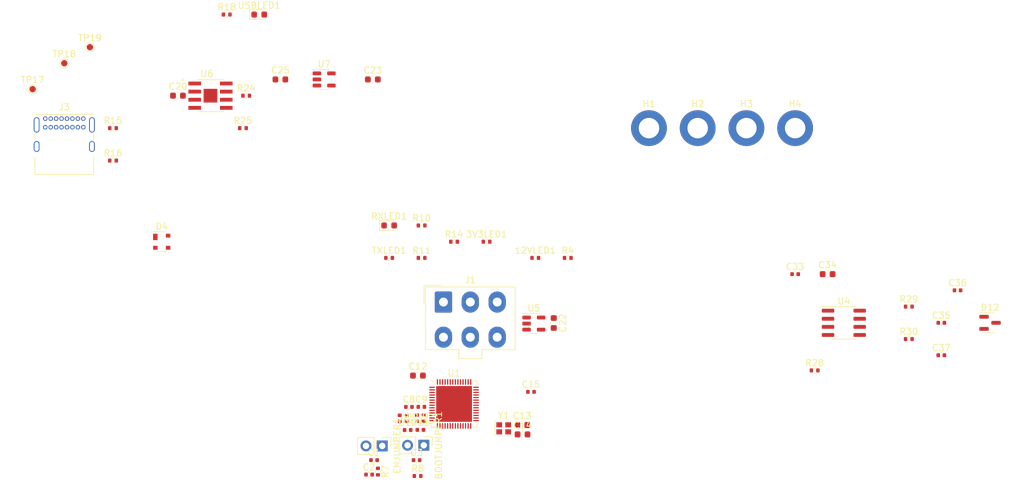
<source format=kicad_pcb>
(kicad_pcb (version 20211014) (generator pcbnew)
  (layers (0 "F.Cu" signal) (31 "B.Cu" signal) (34 "B.Paste" user) (35 "F.Paste" user) (36 "B.SilkS" user "B.Silkscreen") (37 "F.SilkS" user "F.Silkscreen") (38 "B.Mask" user) (39 "F.Mask" user) (44 "Edge.Cuts" user))
  (net 0 "")
  (net 1 "GND")
  (net 2 "Net-(3V3LED1-Pad2)")
  (net 3 "Net-(12VLED1-Pad2)")
  (net 4 "/BOOT")
  (net 5 "/CHIP_PU")
  (net 6 "+3V3")
  (net 7 "Net-(C7-Pad1)")
  (net 8 "Net-(C12-Pad1)")
  (net 9 "Net-(C12-Pad2)")
  (net 10 "Net-(C13-Pad1)")
  (net 11 "Net-(C14-Pad1)")
  (net 12 "Net-(C15-Pad2)")
  (net 13 "VBUS")
  (net 14 "Net-(C25-Pad2)")
  (net 15 "Net-(C35-Pad1)")
  (net 16 "/CAN+")
  (net 17 "/CAN-")
  (net 18 "/Data-")
  (net 19 "/Data+")
  (net 20 "Net-(J1-Pad3)")
  (net 21 "+12V")
  (net 22 "Net-(J3-PadA5)")
  (net 24 "Net-(J3-PadB5)")
  (net 26 "Net-(R10-Pad2)")
  (net 27 "Net-(R11-Pad2)")
  (net 28 "Net-(R18-Pad2)")
  (net 29 "Net-(R24-Pad2)")
  (net 30 "Net-(R28-Pad1)")
  (net 31 "/RXD")
  (net 32 "/TXD")
  (net 62 "/NAND_CS")
  (net 63 "/CLK")
  (net 64 "/MISO")
  (net 65 "/MOSI")
  (net 76 "Net-(L2-Pad1)")
  (net 77 "/CAN_TX")
  (net 78 "/CAN_RX")
  (net 79 "/CAN-BUS/Vref")
  (footprint "Capacitor_SMD:C_0402_1005Metric" (layer "F.Cu") (at 70.53 105.04)
    (fp_text reference "C2" (at 0 -1.16) (layer "F.SilkS"))
    (fp_text value "1uF")
    (fp_line (start -0.107836 -0.36) (end 0.107836 -0.36) (layer "F.SilkS") (width 0.12))
    (fp_line (start -0.107836 0.36) (end 0.107836 0.36) (layer "F.SilkS") (width 0.12))
    (pad "1" smd roundrect (at -0.48 0) (size 0.56 0.62) (layers "F.Cu" "F.Paste" "F.Mask") (net 5 "/CHIP_PU"))
    (pad "2" smd roundrect (at 0.48 0) (size 0.56 0.62) (layers "F.Cu" "F.Paste" "F.Mask") (net 1 "GND"))
  )
  (footprint "Capacitor_SMD:C_0402_1005Metric" (layer "F.Cu") (at 75.32 96.24 -90)
    (fp_text reference "C4" (at 0 -1.16 90) (layer "F.SilkS"))
    (fp_text value "10uF")
    (fp_line (start -0.107836 0.36) (end 0.107836 0.36) (layer "F.SilkS") (width 0.12))
    (fp_line (start -0.107836 -0.36) (end 0.107836 -0.36) (layer "F.SilkS") (width 0.12))
    (pad "1" smd roundrect (at -0.48 0 270) (size 0.56 0.62) (layers "F.Cu" "F.Paste" "F.Mask") (net 6 "+3V3"))
    (pad "2" smd roundrect (at 0.48 0 270) (size 0.56 0.62) (layers "F.Cu" "F.Paste" "F.Mask") (net 1 "GND"))
  )
  (footprint "Resistor_SMD:R_0402_1005Metric" (layer "F.Cu") (at 30.48 55.88)
    (fp_text reference "R16" (at 0 -1.17) (layer "F.SilkS"))
    (fp_text value "5.1k")
    (fp_line (start -0.153641 -0.38) (end 0.153641 -0.38) (layer "F.SilkS") (width 0.12))
    (fp_line (start -0.153641 0.38) (end 0.153641 0.38) (layer "F.SilkS") (width 0.12))
    (pad "1" smd roundrect (at -0.51 0) (size 0.54 0.64) (layers "F.Cu" "F.Paste" "F.Mask") (net 1 "GND"))
    (pad "2" smd roundrect (at 0.51 0) (size 0.54 0.64) (layers "F.Cu" "F.Paste" "F.Mask") (net 24 "Net-(J3-PadB5)"))
  )
  (footprint "LED_SMD:LED_0603_1608Metric" (layer "F.Cu") (at 73.66 66.04)
    (fp_text reference "RXLED1" (at 0 -1.43) (layer "F.SilkS"))
    (fp_text value "RX_LED")
    (fp_line (start -1.485 0.735) (end 0.8 0.735) (layer "F.SilkS") (width 0.12))
    (fp_line (start 0.8 -0.735) (end -1.485 -0.735) (layer "F.SilkS") (width 0.12))
    (fp_line (start -1.485 -0.735) (end -1.485 0.735) (layer "F.SilkS") (width 0.12))
    (pad "1" smd roundrect (at -0.7875 0) (size 0.875 0.95) (layers "F.Cu" "F.Paste" "F.Mask") (net 31 "/RXD"))
    (pad "2" smd roundrect (at 0.7875 0) (size 0.875 0.95) (layers "F.Cu" "F.Paste" "F.Mask") (net 26 "Net-(R10-Pad2)"))
  )
  (footprint "Resistor_SMD:R_0402_1005Metric" (layer "F.Cu") (at 88.9 68.58)
    (fp_text reference "3V3LED1" (at 0 -1.17) (layer "F.SilkS"))
    (fp_text value "3V3LED")
    (fp_line (start -0.153641 0.38) (end 0.153641 0.38) (layer "F.SilkS") (width 0.12))
    (fp_line (start -0.153641 -0.38) (end 0.153641 -0.38) (layer "F.SilkS") (width 0.12))
    (pad "1" smd roundrect (at -0.51 0) (size 0.54 0.64) (layers "F.Cu" "F.Paste" "F.Mask") (net 1 "GND"))
    (pad "2" smd roundrect (at 0.51 0) (size 0.54 0.64) (layers "F.Cu" "F.Paste" "F.Mask") (net 2 "Net-(3V3LED1-Pad2)"))
  )
  (footprint "MountingHole:MountingHole_3.2mm_M3_DIN965_Pad" (layer "F.Cu") (at 114.3 50.8)
    (fp_text reference "H1" (at 0 -3.8) (layer "F.SilkS"))
    (fp_text value "MountingHole_Pad")
    (pad "1" thru_hole circle (at 0 0) (size 5.6 5.6) (drill 3.2) (layers *.Cu *.Mask) (net 1 "GND"))
  )
  (footprint "Capacitor_SMD:C_0402_1005Metric" (layer "F.Cu") (at 76.56 98.06)
    (fp_text reference "C10" (at 0 -1.16) (layer "F.SilkS"))
    (fp_text value "0.1uF")
    (fp_line (start -0.107836 -0.36) (end 0.107836 -0.36) (layer "F.SilkS") (width 0.12))
    (fp_line (start -0.107836 0.36) (end 0.107836 0.36) (layer "F.SilkS") (width 0.12))
    (pad "1" smd roundrect (at -0.48 0) (size 0.56 0.62) (layers "F.Cu" "F.Paste" "F.Mask") (net 6 "+3V3"))
    (pad "2" smd roundrect (at 0.48 0) (size 0.56 0.62) (layers "F.Cu" "F.Paste" "F.Mask") (net 1 "GND"))
  )
  (footprint "Capacitor_SMD:C_0603_1608Metric" (layer "F.Cu") (at 94.53 98.75)
    (fp_text reference "C14" (at 0 -1.43) (layer "F.SilkS"))
    (fp_text value "C")
    (fp_line (start -0.14058 -0.51) (end 0.14058 -0.51) (layer "F.SilkS") (width 0.12))
    (fp_line (start -0.14058 0.51) (end 0.14058 0.51) (layer "F.SilkS") (width 0.12))
    (pad "1" smd roundrect (at -0.775 0) (size 0.9 0.95) (layers "F.Cu" "F.Paste" "F.Mask") (net 11 "Net-(C14-Pad1)"))
    (pad "2" smd roundrect (at 0.775 0) (size 0.9 0.95) (layers "F.Cu" "F.Paste" "F.Mask") (net 1 "GND"))
  )
  (footprint "Capacitor_SMD:C_0402_1005Metric" (layer "F.Cu") (at 78.7 94.44)
    (fp_text reference "C9" (at 0 -1.16) (layer "F.SilkS"))
    (fp_text value "10nF")
    (fp_line (start -0.107836 0.36) (end 0.107836 0.36) (layer "F.SilkS") (width 0.12))
    (fp_line (start -0.107836 -0.36) (end 0.107836 -0.36) (layer "F.SilkS") (width 0.12))
    (pad "1" smd roundrect (at -0.48 0) (size 0.56 0.62) (layers "F.Cu" "F.Paste" "F.Mask") (net 6 "+3V3"))
    (pad "2" smd roundrect (at 0.48 0) (size 0.56 0.62) (layers "F.Cu" "F.Paste" "F.Mask") (net 1 "GND"))
  )
  (footprint "Resistor_SMD:R_0402_1005Metric" (layer "F.Cu") (at 50.8 50.8)
    (fp_text reference "R25" (at 0 -1.17) (layer "F.SilkS"))
    (fp_text value "10k")
    (fp_line (start -0.153641 -0.38) (end 0.153641 -0.38) (layer "F.SilkS") (width 0.12))
    (fp_line (start -0.153641 0.38) (end 0.153641 0.38) (layer "F.SilkS") (width 0.12))
    (pad "1" smd roundrect (at -0.51 0) (size 0.54 0.64) (layers "F.Cu" "F.Paste" "F.Mask") (net 29 "Net-(R24-Pad2)"))
    (pad "2" smd roundrect (at 0.51 0) (size 0.54 0.64) (layers "F.Cu" "F.Paste" "F.Mask") (net 1 "GND"))
  )
  (footprint "Connector_PinHeader_2.54mm:PinHeader_1x02_P2.54mm_Vertical" (layer "F.Cu") (at 72.585 100.55 -90)
    (fp_text reference "ENJUMPER1" (at 0 -2.33 90) (layer "F.SilkS"))
    (fp_text value "Conn_01x02_Male")
    (fp_line (start -1.33 1.27) (end 1.33 1.27) (layer "F.SilkS") (width 0.12))
    (fp_line (start 1.33 1.27) (end 1.33 3.87) (layer "F.SilkS") (width 0.12))
    (fp_line (start -1.33 0) (end -1.33 -1.33) (layer "F.SilkS") (width 0.12))
    (fp_line (start -1.33 3.87) (end 1.33 3.87) (layer "F.SilkS") (width 0.12))
    (fp_line (start -1.33 -1.33) (end 0 -1.33) (layer "F.SilkS") (width 0.12))
    (fp_line (start -1.33 1.27) (end -1.33 3.87) (layer "F.SilkS") (width 0.12))
    (pad "1" thru_hole rect (at 0 0 270) (size 1.7 1.7) (drill 1) (layers *.Cu *.Mask) (net 5 "/CHIP_PU"))
    (pad "2" thru_hole oval (at 0 2.54 270) (size 1.7 1.7) (drill 1) (layers *.Cu *.Mask) (net 1 "GND"))
  )
  (footprint "Resistor_SMD:R_0402_1005Metric" (layer "F.Cu") (at 101.6 71.12)
    (fp_text reference "R4" (at 0 -1.17) (layer "F.SilkS"))
    (fp_text value "3k")
    (fp_line (start -0.153641 0.38) (end 0.153641 0.38) (layer "F.SilkS") (width 0.12))
    (fp_line (start -0.153641 -0.38) (end 0.153641 -0.38) (layer "F.SilkS") (width 0.12))
    (pad "1" smd roundrect (at -0.51 0) (size 0.54 0.64) (layers "F.Cu" "F.Paste" "F.Mask") (net 21 "+12V"))
    (pad "2" smd roundrect (at 0.51 0) (size 0.54 0.64) (layers "F.Cu" "F.Paste" "F.Mask") (net 3 "Net-(12VLED1-Pad2)"))
  )
  (footprint "Capacitor_SMD:C_0603_1608Metric" (layer "F.Cu") (at 78.17 89.54)
    (fp_text reference "C12" (at 0 -1.43) (layer "F.SilkS"))
    (fp_text value "C")
    (fp_line (start -0.14058 0.51) (end 0.14058 0.51) (layer "F.SilkS") (width 0.12))
    (fp_line (start -0.14058 -0.51) (end 0.14058 -0.51) (layer "F.SilkS") (width 0.12))
    (pad "1" smd roundrect (at -0.775 0) (size 0.9 0.95) (layers "F.Cu" "F.Paste" "F.Mask") (net 8 "Net-(C12-Pad1)"))
    (pad "2" smd roundrect (at 0.775 0) (size 0.9 0.95) (layers "F.Cu" "F.Paste" "F.Mask") (net 9 "Net-(C12-Pad2)"))
  )
  (footprint "Resistor_SMD:R_0402_1005Metric" (layer "F.Cu") (at 78.74 66.04)
    (fp_text reference "R10" (at 0 -1.17) (layer "F.SilkS"))
    (fp_text value "470")
    (fp_line (start -0.153641 0.38) (end 0.153641 0.38) (layer "F.SilkS") (width 0.12))
    (fp_line (start -0.153641 -0.38) (end 0.153641 -0.38) (layer "F.SilkS") (width 0.12))
    (pad "1" smd roundrect (at -0.51 0) (size 0.54 0.64) (layers "F.Cu" "F.Paste" "F.Mask") (net 6 "+3V3"))
    (pad "2" smd roundrect (at 0.51 0) (size 0.54 0.64) (layers "F.Cu" "F.Paste" "F.Mask") (net 26 "Net-(R10-Pad2)"))
  )
  (footprint "Capacitor_SMD:C_0402_1005Metric" (layer "F.Cu") (at 77.96 102.78)
    (fp_text reference "C3" (at 0 -1.16) (layer "F.SilkS"))
    (fp_text value "0.1uF")
    (fp_line (start -0.107836 0.36) (end 0.107836 0.36) (layer "F.SilkS") (width 0.12))
    (fp_line (start -0.107836 -0.36) (end 0.107836 -0.36) (layer "F.SilkS") (width 0.12))
    (pad "1" smd roundrect (at -0.48 0) (size 0.56 0.62) (layers "F.Cu" "F.Paste" "F.Mask") (net 4 "/BOOT"))
    (pad "2" smd roundrect (at 0.48 0) (size 0.56 0.62) (layers "F.Cu" "F.Paste" "F.Mask") (net 1 "GND"))
  )
  (footprint "Capacitor_SMD:C_0603_1608Metric" (layer "F.Cu") (at 142.24 73.66)
    (fp_text reference "C34" (at 0 -1.43) (layer "F.SilkS"))
    (fp_text value "10uF")
    (fp_line (start -0.14058 0.51) (end 0.14058 0.51) (layer "F.SilkS") (width 0.12))
    (fp_line (start -0.14058 -0.51) (end 0.14058 -0.51) (layer "F.SilkS") (width 0.12))
    (pad "1" smd roundrect (at -0.775 0) (size 0.9 0.95) (layers "F.Cu" "F.Paste" "F.Mask") (net 6 "+3V3"))
    (pad "2" smd roundrect (at 0.775 0) (size 0.9 0.95) (layers "F.Cu" "F.Paste" "F.Mask") (net 1 "GND"))
  )
  (footprint "Connector_PinHeader_2.54mm:PinHeader_1x02_P2.54mm_Vertical" (layer "F.Cu") (at 79.085 100.45 -90)
    (fp_text reference "BOOTJUMPER1" (at 0 -2.33 90) (layer "F.SilkS"))
    (fp_text value "Conn_01x02_Male")
    (fp_line (start -1.33 1.27) (end -1.33 3.87) (layer "F.SilkS") (width 0.12))
    (fp_line (start -1.33 -1.33) (end 0 -1.33) (layer "F.SilkS") (width 0.12))
    (fp_line (start -1.33 3.87) (end 1.33 3.87) (layer "F.SilkS") (width 0.12))
    (fp_line (start -1.33 0) (end -1.33 -1.33) (layer "F.SilkS") (width 0.12))
    (fp_line (start -1.33 1.27) (end 1.33 1.27) (layer "F.SilkS") (width 0.12))
    (fp_line (start 1.33 1.27) (end 1.33 3.87) (layer "F.SilkS") (width 0.12))
    (pad "1" thru_hole rect (at 0 0 270) (size 1.7 1.7) (drill 1) (layers *.Cu *.Mask) (net 4 "/BOOT"))
    (pad "2" thru_hole oval (at 0 2.54 270) (size 1.7 1.7) (drill 1) (layers *.Cu *.Mask) (net 1 "GND"))
  )
  (footprint "TestPoint:TestPoint_Pad_D1.0mm" (layer "F.Cu") (at 22.86 40.64)
    (fp_text reference "TP18" (at 0 -1.448) (layer "F.SilkS"))
    (fp_text value "TestPoint")
    (fp_circle (center 0 0) (end 0 0.7) (layer "F.SilkS") (width 0.12) (fill none))
    (pad "1" smd circle (at 0 0) (size 1 1) (layers "F.Cu" "F.Mask") (net 19 "/Data+"))
  )
  (footprint "Resistor_SMD:R_0402_1005Metric" (layer "F.Cu") (at 140.21 88.73)
    (fp_text reference "R28" (at 0 -1.17) (layer "F.SilkS"))
    (fp_text value "10k")
    (fp_line (start -0.153641 -0.38) (end 0.153641 -0.38) (layer "F.SilkS") (width 0.12))
    (fp_line (start -0.153641 0.38) (end 0.153641 0.38) (layer "F.SilkS") (width 0.12))
    (pad "1" smd roundrect (at -0.51 0) (size 0.54 0.64) (layers "F.Cu" "F.Paste" "F.Mask") (net 30 "Net-(R28-Pad1)"))
    (pad "2" smd roundrect (at 0.51 0) (size 0.54 0.64) (layers "F.Cu" "F.Paste" "F.Mask") (net 1 "GND"))
  )
  (footprint "Resistor_SMD:R_0402_1005Metric" (layer "F.Cu") (at 154.94 83.82)
    (fp_text reference "R30" (at 0 -1.17) (layer "F.SilkS"))
    (fp_text value "60")
    (fp_line (start -0.153641 0.38) (end 0.153641 0.38) (layer "F.SilkS") (width 0.12))
    (fp_line (start -0.153641 -0.38) (end 0.153641 -0.38) (layer "F.SilkS") (width 0.12))
    (pad "1" smd roundrect (at -0.51 0) (size 0.54 0.64) (layers "F.Cu" "F.Paste" "F.Mask") (net 15 "Net-(C35-Pad1)"))
    (pad "2" smd roundrect (at 0.51 0) (size 0.54 0.64) (layers "F.Cu" "F.Paste" "F.Mask") (net 17 "/CAN-"))
  )
  (footprint "Crystal:Crystal_SMD_2016-4Pin_2.0x1.6mm" (layer "F.Cu") (at 91.58 97.8)
    (fp_text reference "Y1" (at 0 -2) (layer "F.SilkS"))
    (fp_text value "40MHz±10ppm")
    (fp_line (start -1.35 -1.15) (end -1.35 1.15) (layer "F.SilkS") (width 0.12))
    (fp_line (start -1.35 1.15) (end 1.35 1.15) (layer "F.SilkS") (width 0.12))
    (pad "1" smd rect (at -0.7 0.55) (size 0.9 0.8) (layers "F.Cu" "F.Paste" "F.Mask") (net 11 "Net-(C14-Pad1)"))
    (pad "2" smd rect (at 0.7 0.55) (size 0.9 0.8) (layers "F.Cu" "F.Paste" "F.Mask") (net 1 "GND"))
    (pad "3" smd rect (at 0.7 -0.55) (size 0.9 0.8) (layers "F.Cu" "F.Paste" "F.Mask") (net 10 "Net-(C13-Pad1)"))
    (pad "4" smd rect (at -0.7 -0.55) (size 0.9 0.8) (layers "F.Cu" "F.Paste" "F.Mask") (net 1 "GND"))
  )
  (footprint "Package_TO_SOT_SMD:SOT-23-5" (layer "F.Cu") (at 96.3 81.4)
    (fp_text reference "U5" (at 0 -2.4) (layer "F.SilkS"))
    (fp_text value "LTC4411")
    (fp_line (start 0 -1.56) (end 0.8 -1.56) (layer "F.SilkS") (width 0.12))
    (fp_line (start 0 -1.56) (end -1.8 -1.56) (layer "F.SilkS") (width 0.12))
    (fp_line (start 0 1.56) (end 0.8 1.56) (layer "F.SilkS") (width 0.12))
    (fp_line (start 0 1.56) (end -0.8 1.56) (layer "F.SilkS") (width 0.12))
    (pad "1" smd roundrect (at -1.1375 -0.95) (size 1.325 0.6) (layers "F.Cu" "F.Paste" "F.Mask") (net 20 "Net-(J1-Pad3)"))
    (pad "2" smd roundrect (at -1.1375 0) (size 1.325 0.6) (layers "F.Cu" "F.Paste" "F.Mask") (net 1 "GND"))
    (pad "3" smd roundrect (at -1.1375 0.95) (size 1.325 0.6) (layers "F.Cu" "F.Paste" "F.Mask") (net 1 "GND"))
    (pad "4" smd roundrect (at 1.1375 0.95) (size 1.325 0.6) (layers "F.Cu" "F.Paste" "F.Mask"))
    (pad "5" smd roundrect (at 1.1375 -0.95) (size 1.325 0.6) (layers "F.Cu" "F.Paste" "F.Mask") (net 6 "+3V3"))
  )
  (footprint "MountingHole:MountingHole_3.2mm_M3_DIN965_Pad" (layer "F.Cu") (at 137.16 50.8)
    (fp_text reference "H4" (at 0 -3.8) (layer "F.SilkS"))
    (fp_text value "MountingHole_Pad")
    (pad "1" thru_hole circle (at 0 0) (size 5.6 5.6) (drill 3.2) (layers *.Cu *.Mask) (net 1 "GND"))
  )
  (footprint "Capacitor_SMD:C_0402_1005Metric" (layer "F.Cu") (at 76.76 94.45)
    (fp_text reference "C8" (at 0 -1.16) (layer "F.SilkS"))
    (fp_text value "1uF")
    (fp_line (start -0.107836 -0.36) (end 0.107836 -0.36) (layer "F.SilkS") (width 0.12))
    (fp_line (start -0.107836 0.36) (end 0.107836 0.36) (layer "F.SilkS") (width 0.12))
    (pad "1" smd roundrect (at -0.48 0) (size 0.56 0.62) (layers "F.Cu" "F.Paste" "F.Mask") (net 6 "+3V3"))
    (pad "2" smd roundrect (at 0.48 0) (size 0.56 0.62) (layers "F.Cu" "F.Paste" "F.Mask") (net 1 "GND"))
  )
  (footprint "Package_SO:SOIC-8_3.9x4.9mm_P1.27mm" (layer "F.Cu") (at 144.78 81.28)
    (fp_text reference "U4" (at 0 -3.4) (layer "F.SilkS"))
    (fp_text value "SN65HVD230")
    (fp_line (start 0 -2.56) (end 1.95 -2.56) (layer "F.SilkS") (width 0.12))
    (fp_line (start 0 -2.56) (end -3.45 -2.56) (layer "F.SilkS") (width 0.12))
    (fp_line (start 0 2.56) (end -1.95 2.56) (layer "F.SilkS") (width 0.12))
    (fp_line (start 0 2.56) (end 1.95 2.56) (layer "F.SilkS") (width 0.12))
    (pad "1" smd roundrect (at -2.475 -1.905) (size 1.95 0.6) (layers "F.Cu" "F.Paste" "F.Mask") (net 77 "/CAN_TX"))
    (pad "2" smd roundrect (at -2.475 -0.635) (size 1.95 0.6) (layers "F.Cu" "F.Paste" "F.Mask") (net 1 "GND"))
    (pad "3" smd roundrect (at -2.475 0.635) (size 1.95 0.6) (layers "F.Cu" "F.Paste" "F.Mask") (net 6 "+3V3"))
    (pad "4" smd roundrect (at -2.475 1.905) (size 1.95 0.6) (layers "F.Cu" "F.Paste" "F.Mask") (net 78 "/CAN_RX"))
    (pad "5" smd roundrect (at 2.475 1.905) (size 1.95 0.6) (layers "F.Cu" "F.Paste" "F.Mask") (net 79 "/CAN-BUS/Vref"))
    (pad "6" smd roundrect (at 2.475 0.635) (size 1.95 0.6) (layers "F.Cu" "F.Paste" "F.Mask") (net 17 "/CAN-"))
    (pad "7" smd roundrect (at 2.475 -0.635) (size 1.95 0.6) (layers "F.Cu" "F.Paste" "F.Mask") (net 16 "/CAN+"))
    (pad "8" smd roundrect (at 2.475 -1.905) (size 1.95 0.6) (layers "F.Cu" "F.Paste" "F.Mask") (net 30 "Net-(R28-Pad1)"))
  )
  (footprint "Package_DFN_QFN:QFN-56-1EP_7x7mm_P0.4mm_EP5.6x5.6mm" (layer "F.Cu") (at 83.82 93.98)
    (fp_text reference "U1" (at 0 -4.82) (layer "F.SilkS"))
    (fp_text value "ESP32-S3")
    (fp_line (start -2.96 -3.61) (end -3.61 -3.61) (layer "F.SilkS") (width 0.12))
    (fp_line (start -3.61 3.61) (end -3.61 2.96) (layer "F.SilkS") (width 0.12))
    (fp_line (start 3.61 -3.61) (end 3.61 -2.96) (layer "F.SilkS") (width 0.12))
    (fp_line (start 3.61 3.61) (end 3.61 2.96) (layer "F.SilkS") (width 0.12))
    (fp_line (start 2.96 3.61) (end 3.61 3.61) (layer "F.SilkS") (width 0.12))
    (fp_line (start 2.96 -3.61) (end 3.61 -3.61) (layer "F.SilkS") (width 0.12))
    (fp_line (start -2.96 3.61) (end -3.61 3.61) (layer "F.SilkS") (width 0.12))
    (pad "1" smd roundrect (at -3.4375 -2.6) (size 0.875 0.2) (layers "F.Cu" "F.Paste" "F.Mask") (net 9 "Net-(C12-Pad2)"))
    (pad "2" smd roundrect (at -3.4375 -2.2) (size 0.875 0.2) (layers "F.Cu" "F.Paste" "F.Mask") (net 7 "Net-(C7-Pad1)"))
    (pad "3" smd roundrect (at -3.4375 -1.8) (size 0.875 0.2) (layers "F.Cu" "F.Paste" "F.Mask") (net 7 "Net-(C7-Pad1)"))
    (pad "4" smd roundrect (at -3.4375 -1.4) (size 0.875 0.2) (layers "F.Cu" "F.Paste" "F.Mask") (net 5 "/CHIP_PU"))
    (pad "5" smd roundrect (at -3.4375 -1) (size 0.875 0.2) (layers "F.Cu" "F.Paste" "F.Mask") (net 4 "/BOOT"))
    (pad "6" smd roundrect (at -3.4375 -0.6) (size 0.875 0.2) (layers "F.Cu" "F.Paste" "F.Mask"))
    (pad "7" smd roundrect (at -3.4375 -0.2) (size 0.875 0.2) (layers "F.Cu" "F.Paste" "F.Mask"))
    (pad "8" smd roundrect (at -3.4375 0.2) (size 0.875 0.2) (layers "F.Cu" "F.Paste" "F.Mask"))
    (pad "9" smd roundrect (at -3.4375 0.6) (size 0.875 0.2) (layers "F.Cu" "F.Paste" "F.Mask"))
    (pad "10" smd roundrect (at -3.4375 1) (size 0.875 0.2) (layers "F.Cu" "F.Paste" "F.Mask"))
    (pad "11" smd roundrect (at -3.4375 1.4) (size 0.875 0.2) (layers "F.Cu" "F.Paste" "F.Mask"))
    (pad "12" smd roundrect (at -3.4375 1.8) (size 0.875 0.2) (layers "F.Cu" "F.Paste" "F.Mask"))
    (pad "13" smd roundrect (at -3.4375 2.2) (size 0.875 0.2) (layers "F.Cu" "F.Paste" "F.Mask"))
    (pad "14" smd roundrect (at -3.4375 2.6) (size 0.875 0.2) (layers "F.Cu" "F.Paste" "F.Mask"))
    (pad "15" smd roundrect (at -2.6 3.4375) (size 0.2 0.875) (layers "F.Cu" "F.Paste" "F.Mask"))
    (pad "16" smd roundrect (at -2.2 3.4375) (size 0.2 0.875) (layers "F.Cu" "F.Paste" "F.Mask"))
    (pad "17" smd roundrect (at -1.8 3.4375) (size 0.2 0.875) (layers "F.Cu" "F.Paste" "F.Mask"))
    (pad "18" smd roundrect (at -1.4 3.4375) (size 0.2 0.875) (layers "F.Cu" "F.Paste" "F.Mask"))
    (pad "19" smd roundrect (at -1 3.4375) (size 0.2 0.875) (layers "F.Cu" "F.Paste" "F.Mask"))
    (pad "20" smd roundrect (at -0.6 3.4375) (size 0.2 0.875) (layers "F.Cu" "F.Paste" "F.Mask") (net 6 "+3V3"))
    (pad "21" smd roundrect (at -0.2 3.4375) (size 0.2 0.875) (layers "F.Cu" "F.Paste" "F.Mask"))
    (pad "22" smd roundrect (at 0.2 3.4375) (size 0.2 0.875) (layers "F.Cu" "F.Paste" "F.Mask"))
    (pad "23" smd roundrect (at 0.6 3.4375) (size 0.2 0.875) (layers "F.Cu" "F.Paste" "F.Mask"))
    (pad "24" smd roundrect (at 1 3.4375) (size 0.2 0.875) (layers "F.Cu" "F.Paste" "F.Mask"))
    (pad "25" smd roundrect (at 1.4 3.4375) (size 0.2 0.875) (layers "F.Cu" "F.Paste" "F.Mask") (net 18 "/Data-"))
    (pad "26" smd roundrect (at 1.8 3.4375) (size 0.2 0.875) (layers "F.Cu" "F.Paste" "F.Mask") (net 19 "/Data+"))
    (pad "27" smd roundrect (at 2.2 3.4375) (size 0.2 0.875) (layers "F.Cu" "F.Paste" "F.Mask"))
    (pad "28" smd roundrect (at 2.6 3.4375) (size 0.2 0.875) (layers "F.Cu" "F.Paste" "F.Mask"))
    (pad "29" smd roundrect (at 3.4375 2.6) (size 0.875 0.2) (layers "F.Cu" "F.Paste" "F.Mask"))
    (pad "30" smd roundrect (at 3.4375 2.2) (size 0.875 0.2) (layers "F.Cu" "F.Paste" "F.Mask"))
    (pad "31" smd roundrect (at 3.4375 1.8) (size 0.875 0.2) (layers "F.Cu" "F.Paste" "F.Mask"))
    (pad "32" smd roundrect (at 3.4375 1.4) (size 0.875 0.2) (layers "F.Cu" "F.Paste" "F.Mask"))
    (pad "33" smd roundrect (at 3.4375 1) (size 0.875 0.2) (layers "F.Cu" "F.Paste" "F.Mask"))
    (pad "34" smd roundrect (at 3.4375 0.6) (size 0.875 0.2) (layers "F.Cu" "F.Paste" "F.Mask"))
    (pad "35" smd roundrect (at 3.4375 0.2) (size 0.875 0.2) (layers "F.Cu" "F.Paste" "F.Mask"))
    (pad "36" smd roundrect (at 3.4375 -0.2) (size 0.875 0.2) (layers "F.Cu" "F.Paste" "F.Mask"))
    (pad "37" smd roundrect (at 3.4375 -0.6) (size 0.875 0.2) (layers "F.Cu" "F.Paste" "F.Mask"))
    (pad "38" smd roundrect (at 3.4375 -1) (size 0.875 0.2) (layers "F.Cu" "F.Paste" "F.Mask") (net 62 "/NAND_CS"))
    (pad "39" smd roundrect (at 3.4375 -1.4) (size 0.875 0.2) (layers "F.Cu" "F.Paste" "F.Mask") (net 63 "/CLK"))
    (pad "40" smd roundrect (at 3.4375 -1.8) (size 0.875 0.2) (layers "F.Cu" "F.Paste" "F.Mask") (net 64 "/MISO"))
    (pad "41" smd roundrect (at 3.4375 -2.2) (size 0.875 0.2) (layers "F.Cu" "F.Paste" "F.Mask") (net 65 "/MOSI"))
    (pad "42" smd roundrect (at 3.4375 -2.6) (size 0.875 0.2) (layers "F.Cu" "F.Paste" "F.Mask"))
    (pad "43" smd roundrect (at 2.6 -3.4375) (size 0.2 0.875) (layers "F.Cu" "F.Paste" "F.Mask"))
    (pad "44" smd roundrect (at 2.2 -3.4375) (size 0.2 0.875) (layers "F.Cu" "F.Paste" "F.Mask"))
    (pad "45" smd roundrect (at 1.8 -3.4375) (size 0.2 0.875) (layers "F.Cu" "F.Paste" "F.Mask"))
    (pad "46" smd roundrect (at 1.4 -3.4375) (size 0.2 0.875) (layers "F.Cu" "F.Paste" "F.Mask") (net 6 "+3V3"))
    (pad "47" smd roundrect (at 1 -3.4375) (size 0.2 0.875) (layers "F.Cu" "F.Paste" "F.Mask"))
    (pad "48" smd roundrect (at 0.6 -3.4375) (size 0.2 0.875) (layers "F.Cu" "F.Paste" "F.Mask"))
    (pad "49" smd roundrect (at 0.2 -3.4375) (size 0.2 0.875) (layers "F.Cu" "F.Paste" "F.Mask"))
    (pad "50" smd roundrect (at -0.2 -3.4375) (size 0.2 0.875) (layers "F.Cu" "F.Paste" "F.Mask"))
    (pad "51" smd roundrect (at -0.6 -3.4375) (size 0.2 0.875) (layers "F.Cu" "F.Paste" "F.Mask"))
    (pad "52" smd roundrect (at -1 -3.4375) (size 0.2 0.875) (layers "F.Cu" "F.Paste" "F.Mask"))
    (pad "53" smd roundrect (at -1.4 -3.4375) (size 0.2 0.875) (layers "F.Cu" "F.Paste" "F.Mask") (net 10 "Net-(C13-Pad1)"))
    (pad "54" smd roundrect (at -1.8 -3.4375) (size 0.2 0.875) (layers "F.Cu" "F.Paste" "F.Mask") (net 76 "Net-(L2-Pad1)"))
    (pad "55" smd roundrect (at -2.2 -3.4375) (size 0.2 0.875) (layers "F.Cu" "F.Paste" "F.Mask") (net 6 "+3V3"))
    (pad "56" smd roundrect (at -2.6 -3.4375) (size 0.2 0.875) (layers "F.Cu" "F.Paste" "F.Mask") (net 6 "+3V3"))
    (pad "57" smd rect (at 0 0) (size 5.6 5.6) (layers "F.Cu" "F.Mask") (net 1 "GND"))
  )
  (footprint "Capacitor_SMD:C_0402_1005Metric" (layer "F.Cu") (at 160.02 86.36)
    (fp_text reference "C37" (at 0 -1.16) (layer "F.SilkS"))
    (fp_text value "220 pF")
    (fp_line (start -0.107836 -0.36) (end 0.107836 -0.36) (layer "F.SilkS") (width 0.12))
    (fp_line (start -0.107836 0.36) (end 0.107836 0.36) (layer "F.SilkS") (width 0.12))
    (pad "1" smd roundrect (at -0.48 0) (size 0.56 0.62) (layers "F.Cu" "F.Paste" "F.Mask") (net 1 "GND"))
    (pad "2" smd roundrect (at 0.48 0) (size 0.56 0.62) (layers "F.Cu" "F.Paste" "F.Mask") (net 17 "/CAN-"))
  )
  (footprint "Capacitor_SMD:C_0402_1005Metric" (layer "F.Cu") (at 71.31 102.78)
    (fp_text reference "C1" (at 0 -1.16) (layer "F.SilkS"))
    (fp_text value "0.1uF")
    (fp_line (start -0.107836 -0.36) (end 0.107836 -0.36) (layer "F.SilkS") (width 0.12))
    (fp_line (start -0.107836 0.36) (end 0.107836 0.36) (layer "F.SilkS") (width 0.12))
    (pad "1" smd roundrect (at -0.48 0) (size 0.56 0.62) (layers "F.Cu" "F.Paste" "F.Mask") (net 5 "/CHIP_PU"))
    (pad "2" smd roundrect (at 0.48 0) (size 0.56 0.62) (layers "F.Cu" "F.Paste" "F.Mask") (net 1 "GND"))
  )
  (footprint "iclr:SOIC127P599X175-9N" (layer "F.Cu") (at 45.72 45.72)
    (fp_text reference "U6" (at -0.555885 -3.440825) (layer "F.SilkS") (effects (font (size 1.03889 1.03889))))
    (fp_text value "SC4216H")
    (fp_line (start -2 -2.5) (end 2 -2.5) (layer "F.SilkS") (width 0.127))
    (fp_line (start -2 2.5) (end 2 2.5) (layer "F.SilkS") (width 0.127))
    (fp_circle (center -4.265 -2.505) (end -4.165 -2.505) (layer "F.SilkS") (width 0.2) (fill none))
    (pad "1" smd roundrect locked (at -2.47 -1.905) (size 1.97 0.6) (layers "F.Cu" "F.Paste" "F.Mask") (roundrect_rratio 0.07))
    (pad "2" smd roundrect locked (at -2.47 -0.635) (size 1.97 0.6) (layers "F.Cu" "F.Paste" "F.Mask") (roundrect_rratio 0.07) (net 13 "VBUS"))
    (pad "3" smd roundrect locked (at -2.47 0.635) (size 1.97 0.6) (layers "F.Cu" "F.Paste" "F.Mask") (roundrect_rratio 0.07) (net 13 "VBUS"))
    (pad "4" smd roundrect locked (at -2.47 1.905) (size 1.97 0.6) (layers "F.Cu" "F.Paste" "F.Mask") (roundrect_rratio 0.07))
    (pad "5" smd roundrect locked (at 2.47 1.905) (size 1.97 0.6) (layers "F.Cu" "F.Paste" "F.Mask") (roundrect_rratio 0.07))
    (pad "6" smd roundrect locked (at 2.47 0.635) (size 1.97 0.6) (layers "F.Cu" "F.Paste" "F.Mask") (roundrect_rratio 0.07) (net 14 "Net-(C25-Pad2)"))
    (pad "7" smd roundrect locked (at 2.47 -0.635) (size 1.97 0.6) (layers "F.Cu" "F.Paste" "F.Mask") (roundrect_rratio 0.07) (net 29 "Net-(R24-Pad2)"))
    (pad "8" smd roundrect locked (at 2.47 -1.905) (size 1.97 0.6) (layers "F.Cu" "F.Paste" "F.Mask") (roundrect_rratio 0.07) (net 1 "GND"))
    (pad "9" smd rect locked (at 0 0 90) (size 2.15 2.15) (layers "F.Cu" "F.Mask") (net 1 "GND"))
  )
  (footprint "Capacitor_SMD:C_0402_1005Metric" (layer "F.Cu") (at 76.43 96.26 -90)
    (fp_text reference "C5" (at 0 -1.16 90) (layer "F.SilkS"))
    (fp_text value "1uF")
    (fp_line (start -0.107836 -0.36) (end 0.107836 -0.36) (layer "F.SilkS") (width 0.12))
    (fp_line (start -0.107836 0.36) (end 0.107836 0.36) (layer "F.SilkS") (width 0.12))
    (pad "1" smd roundrect (at -0.48 0 270) (size 0.56 0.62) (layers "F.Cu" "F.Paste" "F.Mask") (net 6 "+3V3"))
    (pad "2" smd roundrect (at 0.48 0 270) (size 0.56 0.62) (layers "F.Cu" "F.Paste" "F.Mask") (net 1 "GND"))
  )
  (footprint "Resistor_SMD:R_0402_1005Metric" (layer "F.Cu") (at 154.94 78.74)
    (fp_text reference "R29" (at 0 -1.17) (layer "F.SilkS"))
    (fp_text value "60")
    (fp_line (start -0.153641 -0.38) (end 0.153641 -0.38) (layer "F.SilkS") (width 0.12))
    (fp_line (start -0.153641 0.38) (end 0.153641 0.38) (layer "F.SilkS") (width 0.12))
    (pad "1" smd roundrect (at -0.51 0) (size 0.54 0.64) (layers "F.Cu" "F.Paste" "F.Mask") (net 16 "/CAN+"))
    (pad "2" smd roundrect (at 0.51 0) (size 0.54 0.64) (layers "F.Cu" "F.Paste" "F.Mask") (net 15 "Net-(C35-Pad1)"))
  )
  (footprint "Package_TO_SOT_SMD:SOT-143" (layer "F.Cu") (at 38.1 68.58)
    (fp_text reference "D4" (at 0.02 -2.38) (layer "F.SilkS"))
    (fp_text value "SP0503BAHT")
    (fp_line (start 0.65 -1.56) (end -1.35 -1.56) (layer "F.SilkS") (width 0.12))
    (fp_line (start -0.65 1.56) (end 0.65 1.56) (layer "F.SilkS") (width 0.12))
    (pad "1" smd rect (at -1 -0.75) (size 0.7 1) (layers "F.Cu" "F.Paste" "F.Mask") (net 1 "GND"))
    (pad "2" smd rect (at -1 0.95) (size 0.7 0.6) (layers "F.Cu" "F.Paste" "F.Mask") (net 13 "VBUS"))
    (pad "3" smd rect (at 1 0.95) (size 0.7 0.6) (layers "F.Cu" "F.Paste" "F.Mask") (net 18 "/Data-"))
    (pad "4" smd rect (at 1 -0.95) (size 0.7 0.6) (layers "F.Cu" "F.Paste" "F.Mask") (net 19 "/Data+"))
  )
  (footprint "Resistor_SMD:R_0402_1005Metric" (layer "F.Cu") (at 48.26 33.02)
    (fp_text reference "R18" (at 0 -1.17) (layer "F.SilkS"))
    (fp_text value "470")
    (fp_line (start -0.153641 -0.38) (end 0.153641 -0.38) (layer "F.SilkS") (width 0.12))
    (fp_line (start -0.153641 0.38) (end 0.153641 0.38) (layer "F.SilkS") (width 0.12))
    (pad "1" smd roundrect (at -0.51 0) (size 0.54 0.64) (layers "F.Cu" "F.Paste" "F.Mask") (net 13 "VBUS"))
    (pad "2" smd roundrect (at 0.51 0) (size 0.54 0.64) (layers "F.Cu" "F.Paste" "F.Mask") (net 28 "Net-(R18-Pad2)"))
  )
  (footprint "Capacitor_SMD:C_0402_1005Metric" (layer "F.Cu") (at 162.56 76.2)
    (fp_text reference "C36" (at 0 -1.16) (layer "F.SilkS"))
    (fp_text value "220pF")
    (fp_line (start -0.107836 0.36) (end 0.107836 0.36) (layer "F.SilkS") (width 0.12))
    (fp_line (start -0.107836 -0.36) (end 0.107836 -0.36) (layer "F.SilkS") (width 0.12))
    (pad "1" smd roundrect (at -0.48 0) (size 0.56 0.62) (layers "F.Cu" "F.Paste" "F.Mask") (net 1 "GND"))
    (pad "2" smd roundrect (at 0.48 0) (size 0.56 0.62) (layers "F.Cu" "F.Paste" "F.Mask") (net 16 "/CAN+"))
  )
  (footprint "Connector_Molex:Molex_Mini-Fit_Jr_5566-06A_2x03_P4.20mm_Vertical" (layer "F.Cu") (at 82.16 78.03)
    (fp_text reference "J1" (at 4.2 -3.45) (layer "F.SilkS"))
    (fp_text value "RBUS")
    (fp_line (start -3.05 -2.6) (end -3.05 0.25) (layer "F.SilkS") (width 0.12))
    (fp_line (start -2.81 7.46) (end 2.39 7.46) (layer "F.SilkS") (width 0.12))
    (fp_line (start 11.21 7.46) (end 6.01 7.46) (layer "F.SilkS") (width 0.12))
    (fp_line (start 4.2 -2.36) (end -2.81 -2.36) (layer "F.SilkS") (width 0.12))
    (fp_line (start 4.2 -2.36) (end 11.21 -2.36) (layer "F.SilkS") (width 0.12))
    (fp_line (start 2.39 7.46) (end 2.39 8.86) (layer "F.SilkS") (width 0.12))
    (fp_line (start 2.39 8.86) (end 4.2 8.86) (layer "F.SilkS") (width 0.12))
    (fp_line (start 6.01 7.46) (end 6.01 8.86) (layer "F.SilkS") (width 0.12))
    (fp_line (start -2.81 -2.36) (end -2.81 7.46) (layer "F.SilkS") (width 0.12))
    (fp_line (start 11.21 -2.36) (end 11.21 7.46) (layer "F.SilkS") (width 0.12))
    (fp_line (start -0.2 -2.6) (end -3.05 -2.6) (layer "F.SilkS") (width 0.12))
    (fp_line (start 6.01 8.86) (end 4.2 8.86) (layer "F.SilkS") (width 0.12))
    (pad "1" thru_hole roundrect (at 0 0) (size 2.7 3.3) (drill 1.4) (layers *.Cu *.Mask) (roundrect_rratio 0.092593) (net 1 "GND"))
    (pad "2" thru_hole oval (at 4.2 0) (size 2.7 3.3) (drill 1.4) (layers *.Cu *.Mask) (net 1 "GND"))
    (pad "3" thru_hole oval (at 8.4 0) (size 2.7 3.3) (drill 1.4) (layers *.Cu *.Mask) (net 20 "Net-(J1-Pad3)"))
    (pad "4" thru_hole oval (at 0 5.5) (size 2.7 3.3) (drill 1.4) (layers *.Cu *.Mask) (net 21 "+12V"))
    (pad "5" thru_hole oval (at 4.2 5.5) (size 2.7 3.3) (drill 1.4) (layers *.Cu *.Mask) (net 16 "/CAN+"))
    (pad "6" thru_hole oval (at 8.4 5.5) (size 2.7 3.3) (drill 1.4) (layers *.Cu *.Mask) (net 17 "/CAN-"))
  )
  (footprint "LED_SMD:LED_0603_1608Metric" (layer "F.Cu") (at 53.34 33.02)
    (fp_text reference "USBLED1" (at 0 -1.43) (layer "F.SilkS"))
    (fp_text value "USB_LED")
    (fp_line (start -1.485 -0.735) (end -1.485 0.735) (layer "F.SilkS") (width 0.12))
    (fp_line (start -1.485 0.735) (end 0.8 0.735) (layer "F.SilkS") (width 0.12))
    (fp_line (start 0.8 -0.735) (end -1.485 -0.735) (layer "F.SilkS") (width 0.12))
    (pad "1" smd roundrect (at -0.7875 0) (size 0.875 0.95) (layers "F.Cu" "F.Paste" "F.Mask") (net 1 "GND"))
    (pad "2" smd roundrect (at 0.7875 0) (size 0.875 0.95) (layers "F.Cu" "F.Paste" "F.Mask") (net 28 "Net-(R18-Pad2)"))
  )
  (footprint "TestPoint:TestPoint_Pad_D1.0mm" (layer "F.Cu") (at 17.91 44.7)
    (fp_text reference "TP17" (at 0 -1.448) (layer "F.SilkS"))
    (fp_text value "TestPoint")
    (fp_circle (center 0 0) (end 0 0.7) (layer "F.SilkS") (width 0.12) (fill none))
    (pad "1" smd circle (at 0 0) (size 1 1) (layers "F.Cu" "F.Mask") (net 18 "/Data-"))
  )
  (footprint "Package_TO_SOT_SMD:SOT-23" (layer "F.Cu") (at 167.64 81.28)
    (fp_text reference "D12" (at 0 -2.4) (layer "F.SilkS"))
    (fp_text value "SM712_SOT23")
    (fp_line (start 0 -1.56) (end -1.675 -1.56) (layer "F.SilkS") (width 0.12))
    (fp_line (start 0 1.56) (end -0.65 1.56) (layer "F.SilkS") (width 0.12))
    (fp_line (start 0 1.56) (end 0.65 1.56) (layer "F.SilkS") (width 0.12))
    (fp_line (start 0 -1.56) (end 0.65 -1.56) (layer "F.SilkS") (width 0.12))
    (pad "1" smd roundrect (at -0.9375 -0.95) (size 1.475 0.6) (layers "F.Cu" "F.Paste" "F.Mask") (net 17 "/CAN-"))
    (pad "2" smd roundrect (at -0.9375 0.95) (size 1.475 0.6) (layers "F.Cu" "F.Paste" "F.Mask") (net 16 "/CAN+"))
    (pad "3" smd roundrect (at 0.9375 0) (size 1.475 0.6) (layers "F.Cu" "F.Paste" "F.Mask") (net 1 "GND"))
  )
  (footprint "Capacitor_SMD:C_0402_1005Metric" (layer "F.Cu") (at 160.02 81.28)
    (fp_text reference "C35" (at 0 -1.16) (layer "F.SilkS"))
    (fp_text value "0.1uF")
    (fp_line (start -0.107836 -0.36) (end 0.107836 -0.36) (layer "F.SilkS") (width 0.12))
    (fp_line (start -0.107836 0.36) (end 0.107836 0.36) (layer "F.SilkS") (width 0.12))
    (pad "1" smd roundrect (at -0.48 0) (size 0.56 0.62) (layers "F.Cu" "F.Paste" "F.Mask") (net 15 "Net-(C35-Pad1)"))
    (pad "2" smd roundrect (at 0.48 0) (size 0.56 0.62) (layers "F.Cu" "F.Paste" "F.Mask") (net 1 "GND"))
  )
  (footprint "Capacitor_SMD:C_0603_1608Metric" (layer "F.Cu") (at 56.655 43.18)
    (fp_text reference "C25" (at 0 -1.43) (layer "F.SilkS"))
    (fp_text value "10uF")
    (fp_line (start -0.14058 -0.51) (end 0.14058 -0.51) (layer "F.SilkS") (width 0.12))
    (fp_line (start -0.14058 0.51) (end 0.14058 0.51) (layer "F.SilkS") (width 0.12))
    (pad "1" smd roundrect (at -0.775 0) (size 0.9 0.95) (layers "F.Cu" "F.Paste" "F.Mask") (net 1 "GND"))
    (pad "2" smd roundrect (at 0.775 0) (size 0.9 0.95) (layers "F.Cu" "F.Paste" "F.Mask") (net 14 "Net-(C25-Pad2)"))
  )
  (footprint "Connector_USB:USB_C_Receptacle_GCT_USB4085" (layer "F.Cu") (at 19.885 49.315)
    (fp_text reference "J3" (at 2.975 -1.8) (layer "F.SilkS"))
    (fp_text value "USB_C_Receptacle_USB2.0")
    (fp_line (start -1.5 -0.68) (end 7.45 -0.68) (layer "F.SilkS") (width 0.12))
    (fp_line (start -1.62 2.4) (end -1.62 3.3) (layer "F.SilkS") (width 0.12))
    (fp_line (start -1.62 6) (end -1.62 8.73) (layer "F.SilkS") (width 0.12))
    (fp_line (start -1.62 8.73) (end 7.57 8.73) (layer "F.SilkS") (width 0.12))
    (fp_line (start 7.57 2.4) (end 7.57 3.3) (layer "F.SilkS") (width 0.12))
    (fp_line (start 7.57 6) (end 7.57 8.73) (layer "F.SilkS") (width 0.12))
    (pad "A1" thru_hole circle (at 0 0) (size 0.7 0.7) (drill 0.4) (layers *.Cu *.Mask) (net 1 "GND"))
    (pad "A4" thru_hole circle (at 0.85 0) (size 0.7 0.7) (drill 0.4) (layers *.Cu *.Mask) (net 13 "VBUS"))
    (pad "A5" thru_hole circle (at 1.7 0) (size 0.7 0.7) (drill 0.4) (layers *.Cu *.Mask) (net 22 "Net-(J3-PadA5)"))
    (pad "A6" thru_hole circle (at 2.55 0) (size 0.7 0.7) (drill 0.4) (layers *.Cu *.Mask) (net 19 "/Data+"))
    (pad "A7" thru_hole circle (at 3.4 0) (size 0.7 0.7) (drill 0.4) (layers *.Cu *.Mask) (net 18 "/Data-"))
    (pad "A8" thru_hole circle (at 4.25 0) (size 0.7 0.7) (drill 0.4) (layers *.Cu *.Mask))
    (pad "A9" thru_hole circle (at 5.1 0) (size 0.7 0.7) (drill 0.4) (layers *.Cu *.Mask) (net 13 "VBUS"))
    (pad "A12" thru_hole circle (at 5.95 0) (size 0.7 0.7) (drill 0.4) (layers *.Cu *.Mask) (net 1 "GND"))
    (pad "B1" thru_hole circle (at 5.95 1.35) (size 0.7 0.7) (drill 0.4) (layers *.Cu *.Mask) (net 1 "GND"))
    (pad "B4" thru_hole circle (at 5.1 1.35) (size 0.7 0.7) (drill 0.4) (layers *.Cu *.Mask) (net 13 "VBUS"))
    (pad "B5" thru_hole circle (at 4.25 1.35) (size 0.7 0.7) (drill 0.4) (layers *.Cu *.Mask) (net 24 "Net-(J3-PadB5)"))
    (pad "B6" thru_hole circle (at 3.4 1.35) (size 0.7 0.7) (drill 0.4) (layers *.Cu *.Mask) (net 19 "/Data+"))
    (pad "B7" thru_hole circle (at 2.55 1.35) (size 0.7 0.7) (drill 0.4) (layers *.Cu *.Mask) (net 18 "/Data-"))
    (pad "B8" thru_hole circle (at 1.7 1.35) (size 0.7 0.7) (drill 0.4) (layers *.Cu *.Mask))
    (pad "B9" thru_hole circle (at 0.85 1.35) (size 0.7 0.7) (drill 0.4) (layers *.Cu *.Mask) (net 13 "VBUS"))
    (pad "B12" thru_hole circle (at 0 1.35) (size 0.7 0.7) (drill 0.4) (layers *.Cu *.Mask) (net 1 "GND"))
    (pad "S1" thru_hole oval (at -1.35 0.98) (size 0.9 2.4) (drill oval 0.6 2.1) (layers *.Cu *.Mask) (net 1 "GND"))
    (pad "S1" thru_hole oval (at 7.3 0.98) (size 0.9 2.4) (drill oval 0.6 2.1) (layers *.Cu *.Mask) (net 1 "GND"))
    (pad "S1" thru_hole oval (at 7.3 4.36) (size 0.9 1.7) (drill oval 0.6 1.4) (layers *.Cu *.Mask) (net 1 "GND"))
    (pad "S1" thru_hole oval (at -1.35 4.36) (size 0.9 1.7) (drill oval 0.6 1.4) (layers *.Cu *.Mask) (net 1 "GND"))
  )
  (footprint "Resistor_SMD:R_0402_1005Metric" (layer "F.Cu") (at 96.52 71.12)
    (fp_text reference "12VLED1" (at 0 -1.17) (layer "F.SilkS"))
    (fp_text value "12V_LED")
    (fp_line (start -0.153641 -0.38) (end 0.153641 -0.38) (layer "F.SilkS") (width 0.12))
    (fp_line (start -0.153641 0.38) (end 0.153641 0.38) (layer "F.SilkS") (width 0.12))
    (pad "1" smd roundrect (at -0.51 0) (size 0.54 0.64) (layers "F.Cu" "F.Paste" "F.Mask") (net 1 "GND"))
    (pad "2" smd roundrect (at 0.51 0) (size 0.54 0.64) (layers "F.Cu" "F.Paste" "F.Mask") (net 3 "Net-(12VLED1-Pad2)"))
  )
  (footprint "Resistor_SMD:R_0402_1005Metric" (layer "F.Cu") (at 78.74 71.12)
    (fp_text reference "R11" (at 0 -1.17) (layer "F.SilkS"))
    (fp_text value "470")
    (fp_line (start -0.153641 0.38) (end 0.153641 0.38) (layer "F.SilkS") (width 0.12))
    (fp_line (start -0.153641 -0.38) (end 0.153641 -0.38) (layer "F.SilkS") (width 0.12))
    (pad "1" smd roundrect (at -0.51 0) (size 0.54 0.64) (layers "F.Cu" "F.Paste" "F.Mask") (net 6 "+3V3"))
    (pad "2" smd roundrect (at 0.51 0) (size 0.54 0.64) (layers "F.Cu" "F.Paste" "F.Mask") (net 27 "Net-(R11-Pad2)"))
  )
  (footprint "Resistor_SMD:R_0402_1005Metric" (layer "F.Cu") (at 71.91 104.57 -90)
    (fp_text reference "R7" (at 0 -1.17 90) (layer "F.SilkS"))
    (fp_text value "10K")
    (fp_line (start -0.153641 0.38) (end 0.153641 0.38) (layer "F.SilkS") (width 0.12))
    (fp_line (start -0.153641 -0.38) (end 0.153641 -0.38) (layer "F.SilkS") (width 0.12))
    (pad "1" smd roundrect (at -0.51 0 270) (size 0.54 0.64) (layers "F.Cu" "F.Paste" "F.Mask") (net 6 "+3V3"))
    (pad "2" smd roundrect (at 0.51 0 270) (size 0.54 0.64) (layers "F.Cu" "F.Paste" "F.Mask") (net 5 "/CHIP_PU"))
  )
  (footprint "MountingHole:MountingHole_3.2mm_M3_DIN965_Pad" (layer "F.Cu") (at 129.54 50.8)
    (fp_text reference "H3" (at 0 -3.8) (layer "F.SilkS"))
    (fp_text value "MountingHole_Pad")
    (pad "1" thru_hole circle (at 0 0) (size 5.6 5.6) (drill 3.2) (layers *.Cu *.Mask) (net 1 "GND"))
  )
  (footprint "Package_TO_SOT_SMD:SOT-23-5" (layer "F.Cu") (at 63.5 43.18)
    (fp_text reference "U7" (at 0 -2.4) (layer "F.SilkS"))
    (fp_text value "LTC4411")
    (fp_line (start 0 -1.56) (end -1.8 -1.56) (layer "F.SilkS") (width 0.12))
    (fp_line (start 0 1.56) (end -0.8 1.56) (layer "F.SilkS") (width 0.12))
    (fp_line (start 0 -1.56) (end 0.8 -1.56) (layer "F.SilkS") (width 0.12))
    (fp_line (start 0 1.56) (end 0.8 1.56) (layer "F.SilkS") (width 0.12))
    (pad "1" smd roundrect (at -1.1375 -0.95) (size 1.325 0.6) (layers "F.Cu" "F.Paste" "F.Mask") (net 14 "Net-(C25-Pad2)"))
    (pad "2" smd roundrect (at -1.1375 0) (size 1.325 0.6) (layers "F.Cu" "F.Paste" "F.Mask") (net 1 "GND"))
    (pad "3" smd roundrect (at -1.1375 0.95) (size 1.325 0.6) (layers "F.Cu" "F.Paste" "F.Mask") (net 1 "GND"))
    (pad "4" smd roundrect (at 1.1375 0.95) (size 1.325 0.6) (layers "F.Cu" "F.Paste" "F.Mask"))
    (pad "5" smd roundrect (at 1.1375 -0.95) (size 1.325 0.6) (layers "F.Cu" "F.Paste" "F.Mask") (net 6 "+3V3"))
  )
  (footprint "Capacitor_SMD:C_0603_1608Metric" (layer "F.Cu") (at 71.12 43.18)
    (fp_text reference "C23" (at 0 -1.43) (layer "F.SilkS"))
    (fp_text value "4.7uF")
    (fp_line (start -0.14058 0.51) (end 0.14058 0.51) (layer "F.SilkS") (width 0.12))
    (fp_line (start -0.14058 -0.51) (end 0.14058 -0.51) (layer "F.SilkS") (width 0.12))
    (pad "1" smd roundrect (at -0.775 0) (size 0.9 0.95) (layers "F.Cu" "F.Paste" "F.Mask") (net 6 "+3V3"))
    (pad "2" smd roundrect (at 0.775 0) (size 0.9 0.95) (layers "F.Cu" "F.Paste" "F.Mask") (net 1 "GND"))
  )
  (footprint "TestPoint:TestPoint_Pad_D1.0mm" (layer "F.Cu") (at 26.87 38.13)
    (fp_text reference "TP19" (at 0 -1.448) (layer "F.SilkS"))
    (fp_text value "TestPoint")
    (fp_circle (center 0 0) (end 0 0.7) (layer "F.SilkS") (width 0.12) (fill none))
    (pad "1" smd circle (at 0 0) (size 1 1) (layers "F.Cu" "F.Mask") (net 13 "VBUS"))
  )
  (footprint "Capacitor_SMD:C_0402_1005Metric" (layer "F.Cu") (at 95.85 92.09)
    (fp_text reference "C15" (at 0 -1.16) (layer "F.SilkS"))
    (fp_text value "10uF")
    (fp_line (start -0.107836 0.36) (end 0.107836 0.36) (layer "F.SilkS") (width 0.12))
    (fp_line (start -0.107836 -0.36) (end 0.107836 -0.36) (layer "F.SilkS") (width 0.12))
    (pad "1" smd roundrect (at -0.48 0) (size 0.56 0.62) (layers "F.Cu" "F.Paste" "F.Mask") (net 6 "+3V3"))
    (pad "2" smd roundrect (at 0.48 0) (size 0.56 0.62) (layers "F.Cu" "F.Paste" "F.Mask") (net 12 "Net-(C15-Pad2)"))
  )
  (footprint "MountingHole:MountingHole_3.2mm_M3_DIN965_Pad" (layer "F.Cu") (at 121.92 50.8)
    (fp_text reference "H2" (at 0 -3.8) (layer "F.SilkS"))
    (fp_text value "MountingHole_Pad")
    (pad "1" thru_hole circle (at 0 0) (size 5.6 5.6) (drill 3.2) (layers *.Cu *.Mask) (net 1 "GND"))
  )
  (footprint "Capacitor_SMD:C_0402_1005Metric" (layer "F.Cu") (at 79.07 96.22 -90)
    (fp_text reference "C7" (at 0 -1.16 90) (layer "F.SilkS"))
    (fp_text value "0.1uF")
    (fp_line (start -0.107836 -0.36) (end 0.107836 -0.36) (layer "F.SilkS") (width 0.12))
    (fp_line (start -0.107836 0.36) (end 0.107836 0.36) (layer "F.SilkS") (width 0.12))
    (pad "1" smd roundrect (at -0.48 0 270) (size 0.56 0.62) (layers "F.Cu" "F.Paste" "F.Mask") (net 7 "Net-(C7-Pad1)"))
    (pad "2" smd roundrect (at 0.48 0 270) (size 0.56 0.62) (layers "F.Cu" "F.Paste" "F.Mask") (net 1 "GND"))
  )
  (footprint "Resistor_SMD:R_0402_1005Metric" (layer "F.Cu") (at 78.11 105.26)
    (fp_text reference "R8" (at 0 -1.17) (layer "F.SilkS"))
    (fp_text value "10K")
    (fp_line (start -0.153641 -0.38) (end 0.153641 -0.38) (layer "F.SilkS") (width 0.12))
    (fp_line (start -0.153641 0.38) (end 0.153641 0.38) (layer "F.SilkS") (width 0.12))
    (pad "1" smd roundrect (at -0.51 0) (size 0.54 0.64) (layers "F.Cu" "F.Paste" "F.Mask") (net 6 "+3V3"))
    (pad "2" smd roundrect (at 0.51 0) (size 0.54 0.64) (layers "F.Cu" "F.Paste" "F.Mask") (net 4 "/BOOT"))
  )
  (footprint "Resistor_SMD:R_0402_1005Metric" (layer "F.Cu") (at 83.82 68.58)
    (fp_text reference "R14" (at 0 -1.17) (layer "F.SilkS"))
    (fp_text value "470")
    (fp_line (start -0.153641 0.38) (end 0.153641 0.38) (layer "F.SilkS") (width 0.12))
    (fp_line (start -0.153641 -0.38) (end 0.153641 -0.38) (layer "F.SilkS") (width 0.12))
    (pad "1" smd roundrect (at -0.51 0) (size 0.54 0.64) (layers "F.Cu" "F.Paste" "F.Mask") (net 2 "Net-(3V3LED1-Pad2)"))
    (pad "2" smd roundrect (at 0.51 0) (size 0.54 0.64) (layers "F.Cu" "F.Paste" "F.Mask") (net 6 "+3V3"))
  )
  (footprint "Capacitor_SMD:C_0402_1005Metric" (layer "F.Cu") (at 78.55 98.04)
    (fp_text reference "C11" (at 0 -1.16) (layer "F.SilkS"))
    (fp_text value "0.1uF")
    (fp_line (start -0.107836 0.36) (end 0.107836 0.36) (layer "F.SilkS") (width 0.12))
    (fp_line (start -0.107836 -0.36) (end 0.107836 -0.36) (layer "F.SilkS") (width 0.12))
    (pad "1" smd roundrect (at -0.48 0) (size 0.56 0.62) (layers "F.Cu" "F.Paste" "F.Mask") (net 6 "+3V3"))
    (pad "2" smd roundrect (at 0.48 0) (size 0.56 0.62) (layers "F.Cu" "F.Paste" "F.Mask") (net 1 "GND"))
  )
  (footprint "Capacitor_SMD:C_0603_1608Metric" (layer "F.Cu") (at 94.49 97.28)
    (fp_text reference "C13" (at 0 -1.43) (layer "F.SilkS"))
    (fp_text value "C")
    (fp_line (start -0.14058 -0.51) (end 0.14058 -0.51) (layer "F.SilkS") (width 0.12))
    (fp_line (start -0.14058 0.51) (end 0.14058 0.51) (layer "F.SilkS") (width 0.12))
    (pad "1" smd roundrect (at -0.775 0) (size 0.9 0.95) (layers "F.Cu" "F.Paste" "F.Mask") (net 10 "Net-(C13-Pad1)"))
    (pad "2" smd roundrect (at 0.775 0) (size 0.9 0.95) (layers "F.Cu" "F.Paste" "F.Mask") (net 1 "GND"))
  )
  (footprint "Capacitor_SMD:C_0402_1005Metric" (layer "F.Cu") (at 137.16 73.66)
    (fp_text reference "C33" (at 0 -1.16) (layer "F.SilkS"))
    (fp_text value "100nF")
    (fp_line (start -0.107836 0.36) (end 0.107836 0.36) (layer "F.SilkS") (width 0.12))
    (fp_line (start -0.107836 -0.36) (end 0.107836 -0.36) (layer "F.SilkS") (width 0.12))
    (pad "1" smd roundrect (at -0.48 0) (size 0.56 0.62) (layers "F.Cu" "F.Paste" "F.Mask") (net 6 "+3V3"))
    (pad "2" smd roundrect (at 0.48 0) (size 0.56 0.62) (layers "F.Cu" "F.Paste" "F.Mask") (net 1 "GND"))
  )
  (footprint "Capacitor_SMD:C_0603_1608Metric" (layer "F.Cu") (at 40.64 45.72)
    (fp_text reference "C20" (at 0 -1.43) (layer "F.SilkS"))
    (fp_text value "10uF")
    (fp_line (start -0.14058 -0.51) (end 0.14058 -0.51) (layer "F.SilkS") (width 0.12))
    (fp_line (start -0.14058 0.51) (end 0.14058 0.51) (layer "F.SilkS") (width 0.12))
    (pad "1" smd roundrect (at -0.775 0) (size 0.9 0.95) (layers "F.Cu" "F.Paste" "F.Mask") (net 1 "GND"))
    (pad "2" smd roundrect (at 0.775 0) (size 0.9 0.95) (layers "F.Cu" "F.Paste" "F.Mask") (net 13 "VBUS"))
  )
  (footprint "Resistor_SMD:R_0402_1005Metric" (layer "F.Cu") (at 51.31 45.72)
    (fp_text reference "R24" (at 0 -1.17) (layer "F.SilkS"))
    (fp_text value "56k")
    (fp_line (start -0.153641 0.38) (end 0.153641 0.38) (layer "F.SilkS") (width 0.12))
    (fp_line (start -0.153641 -0.38) (end 0.153641 -0.38) (layer "F.SilkS") (width 0.12))
    (pad "1" smd roundrect (at -0.51 0) (size 0.54 0.64) (layers "F.Cu" "F.Paste" "F.Mask") (net 14 "Net-(C25-Pad2)"))
    (pad "2" smd roundrect (at 0.51 0) (size 0.54 0.64) (layers "F.Cu" "F.Paste" "F.Mask") (net 29 "Net-(R24-Pad2)"))
  )
  (footprint "Resistor_SMD:R_0402_1005Metric" (layer "F.Cu") (at 30.48 50.8)
    (fp_text reference "R15" (at 0 -1.17) (layer "F.SilkS"))
    (fp_text value "5.1k")
    (fp_line (start -0.153641 -0.38) (end 0.153641 -0.38) (layer "F.SilkS") (width 0.12))
    (fp_line (start -0.153641 0.38) (end 0.153641 0.38) (layer "F.SilkS") (width 0.12))
    (pad "1" smd roundrect (at -0.51 0) (size 0.54 0.64) (layers "F.Cu" "F.Paste" "F.Mask") (net 22 "Net-(J3-PadA5)"))
    (pad "2" smd roundrect (at 0.51 0) (size 0.54 0.64) (layers "F.Cu" "F.Paste" "F.Mask") (net 1 "GND"))
  )
  (footprint "Capacitor_SMD:C_0402_1005Metric" (layer "F.Cu") (at 78.01 96.22 -90)
    (fp_text reference "C6" (at 0 -1.16 90) (layer "F.SilkS"))
    (fp_text value "0.1uF")
    (fp_line (start -0.107836 0.36) (end 0.107836 0.36) (layer "F.SilkS") (width 0.12))
    (fp_line (start -0.107836 -0.36) (end 0.107836 -0.36) (layer "F.SilkS") (width 0.12))
    (pad "1" smd roundrect (at -0.48 0 270) (size 0.56 0.62) (layers "F.Cu" "F.Paste" "F.Mask") (net 6 "+3V3"))
    (pad "2" smd roundrect (at 0.48 0 270) (size 0.56 0.62) (layers "F.Cu" "F.Paste" "F.Mask") (net 1 "GND"))
  )
  (footprint "Resistor_SMD:R_0402_1005Metric" (layer "F.Cu") (at 73.66 71.12)
    (fp_text reference "TXLED1" (at 0 -1.17) (layer "F.SilkS"))
    (fp_text value "TX_LED")
    (fp_line (start -0.153641 -0.38) (end 0.153641 -0.38) (layer "F.SilkS") (width 0.12))
    (fp_line (start -0.153641 0.38) (end 0.153641 0.38) (layer "F.SilkS") (width 0.12))
    (pad "1" smd roundrect (at -0.51 0) (size 0.54 0.64) (layers "F.Cu" "F.Paste" "F.Mask") (net 32 "/TXD"))
    (pad "2" smd roundrect (at 0.51 0) (size 0.54 0.64) (layers "F.Cu" "F.Paste" "F.Mask") (net 27 "Net-(R11-Pad2)"))
  )
  (footprint "Capacitor_SMD:C_0603_1608Metric" (layer "F.Cu") (at 99.41 81.31 -90)
    (fp_text reference "C22" (at 0 -1.43 90) (layer "F.SilkS"))
    (fp_text value "4.7uF")
    (fp_line (start -0.14058 0.51) (end 0.14058 0.51) (layer "F.SilkS") (width 0.12))
    (fp_line (start -0.14058 -0.51) (end 0.14058 -0.51) (layer "F.SilkS") (width 0.12))
    (pad "1" smd roundrect (at -0.775 0 270) (size 0.9 0.95) (layers "F.Cu" "F.Paste" "F.Mask") (net 6 "+3V3"))
    (pad "2" smd roundrect (at 0.775 0 270) (size 0.9 0.95) (layers "F.Cu" "F.Paste" "F.Mask") (net 1 "GND"))
  )
)
</source>
